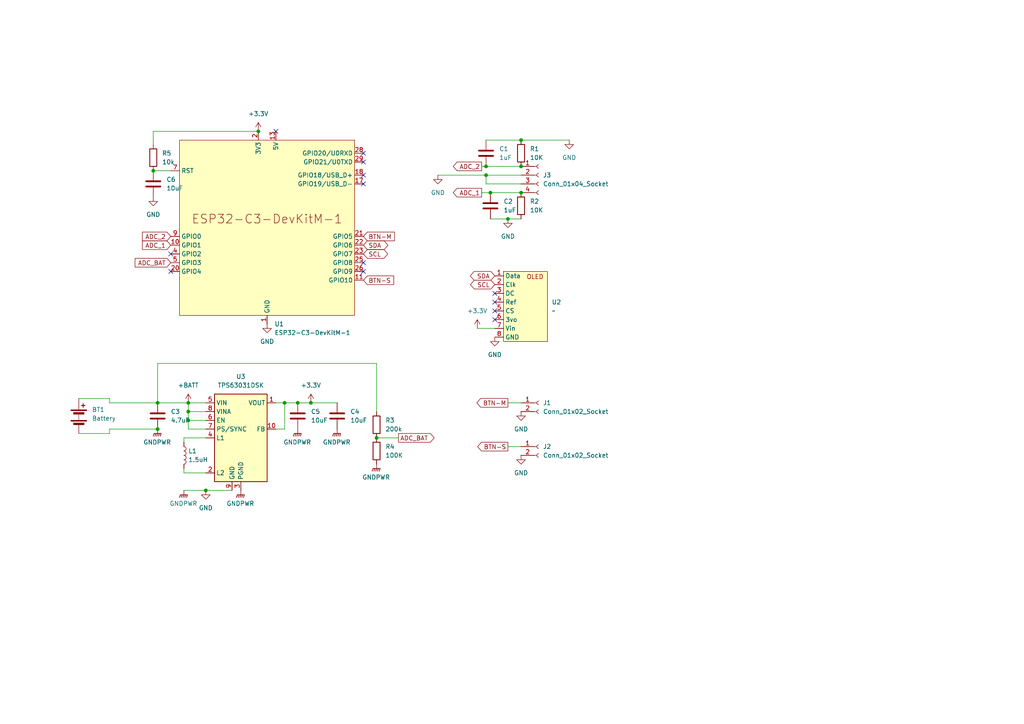
<source format=kicad_sch>
(kicad_sch (version 20250114) (generator "eeschema") (generator_version "9.0")
  (paper "A4")
  (lib_symbols
    (symbol "1_Ivans_library:128x128_OLED"
      (property "Reference" "U" (at 0 0 0))
      (symbol "128x128_OLED_0_1"
        (rectangle (start 2.54 8.89) (end 2.54 8.89))
        (rectangle (start 2.54 8.89) (end 2.54 8.89))
        (rectangle (start 15.24 -11.43) (end 15.24 -11.43))
        (rectangle (start 15.24 -11.43) (end 15.24 -11.43))
      )
      (symbol "128x128_OLED_1_1"
        (rectangle (start 2.54 8.89) (end 15.24 -11.43) (fill (type background)))
        (text "OLED" (at 11.684 7.366 0) (effects (font (size 1.27 1.27))))
        (pin bidirectional line (at 0 7.62 0) (length 2.54) (name "Data") (number "1"))
        (pin bidirectional line (at 0 5.08 0) (length 2.54) (name "Clk") (number "2"))
        (pin bidirectional line (at 0 2.54 0) (length 2.54) (name "DC") (number "3"))
        (pin bidirectional line (at 0 0 0) (length 2.54) (name "Ref") (number "4"))
        (pin bidirectional line (at 0 -2.54 0) (length 2.54) (name "CS") (number "5"))
        (pin power_out line (at 0 -5.08 0) (length 2.54) (name "3vo") (number "6"))
        (pin power_in line (at 0 -7.62 0) (length 2.54) (name "Vin") (number "7"))
        (pin power_in line (at 0 -10.16 0) (length 2.54) (name "GND") (number "8"))
      )
    )
    (symbol "Connector:Conn_01x02_Socket" (pin_names (offset 1.016) (hide yes))
      (property "Reference" "J" (at 0 2.54 0))
      (property "Value" "Conn_01x02_Socket" (at 0 -5.08 0))
      (symbol "Conn_01x02_Socket_1_1"
        (polyline (pts (xy -1.27 0) (xy -0.508 0)) (stroke (width 0.1524)))
        (polyline (pts (xy -1.27 -2.54) (xy -0.508 -2.54)) (stroke (width 0.1524)))
        (arc (start 0 -0.508) (mid -0.5058 0) (end 0 0.508) (stroke (width 0.1524)))
        (arc (start 0 -3.048) (mid -0.5058 -2.54) (end 0 -2.032) (stroke (width 0.1524)))
        (pin passive line (at -5.08 0 0) (length 3.81) (name "Pin_1") (number "1"))
        (pin passive line (at -5.08 -2.54 0) (length 3.81) (name "Pin_2") (number "2"))
      )
    )
    (symbol "Connector:Conn_01x04_Socket" (pin_names (offset 1.016) (hide yes))
      (property "Reference" "J" (at 0 5.08 0))
      (property "Value" "Conn_01x04_Socket" (at 0 -7.62 0))
      (symbol "Conn_01x04_Socket_1_1"
        (polyline (pts (xy -1.27 2.54) (xy -0.508 2.54)) (stroke (width 0.1524)))
        (polyline (pts (xy -1.27 0) (xy -0.508 0)) (stroke (width 0.1524)))
        (polyline (pts (xy -1.27 -2.54) (xy -0.508 -2.54)) (stroke (width 0.1524)))
        (polyline (pts (xy -1.27 -5.08) (xy -0.508 -5.08)) (stroke (width 0.1524)))
        (arc (start 0 2.032) (mid -0.5058 2.54) (end 0 3.048) (stroke (width 0.1524)))
        (arc (start 0 -0.508) (mid -0.5058 0) (end 0 0.508) (stroke (width 0.1524)))
        (arc (start 0 -3.048) (mid -0.5058 -2.54) (end 0 -2.032) (stroke (width 0.1524)))
        (arc (start 0 -5.588) (mid -0.5058 -5.08) (end 0 -4.572) (stroke (width 0.1524)))
        (pin passive line (at -5.08 2.54 0) (length 3.81) (name "Pin_1") (number "1"))
        (pin passive line (at -5.08 0 0) (length 3.81) (name "Pin_2") (number "2"))
        (pin passive line (at -5.08 -2.54 0) (length 3.81) (name "Pin_3") (number "3"))
        (pin passive line (at -5.08 -5.08 0) (length 3.81) (name "Pin_4") (number "4"))
      )
    )
    (symbol "Device:Battery" (pin_numbers (hide yes)) (pin_names (offset 0) (hide yes))
      (property "Reference" "BT" (at 2.54 2.54 0))
      (property "Value" "Battery" (at 2.54 0 0))
      (symbol "Battery_0_1"
        (rectangle (start -2.286 1.778) (end 2.286 1.524) (fill (type outline)))
        (rectangle (start -2.286 -1.27) (end 2.286 -1.524) (fill (type outline)))
        (rectangle (start -1.524 1.016) (end 1.524 0.508) (fill (type outline)))
        (rectangle (start -1.524 -2.032) (end 1.524 -2.54) (fill (type outline)))
        (polyline (pts (xy 0 1.778) (xy 0 2.54)))
        (polyline (pts (xy 0 0) (xy 0 0.254)))
        (polyline (pts (xy 0 -0.508) (xy 0 -0.254)))
        (polyline (pts (xy 0 -1.016) (xy 0 -0.762)))
        (polyline (pts (xy 0.762 3.048) (xy 1.778 3.048)) (stroke (width 0.254)))
        (polyline (pts (xy 1.27 3.556) (xy 1.27 2.54)) (stroke (width 0.254)))
      )
      (symbol "Battery_1_1"
        (pin passive line (at 0 5.08 270) (length 2.54) (name "+") (number "1"))
        (pin passive line (at 0 -5.08 90) (length 2.54) (name "-") (number "2"))
      )
    )
    (symbol "Device:C" (pin_numbers (hide yes)) (pin_names (offset 0.254))
      (property "Reference" "C" (at 0.635 2.54 0))
      (property "Value" "C" (at 0.635 -2.54 0))
      (symbol "C_0_1"
        (polyline (pts (xy -2.032 0.762) (xy 2.032 0.762)) (stroke (width 0.508)))
        (polyline (pts (xy -2.032 -0.762) (xy 2.032 -0.762)) (stroke (width 0.508)))
      )
      (symbol "C_1_1"
        (pin passive line (at 0 3.81 270) (length 2.794) (name "~") (number "1"))
        (pin passive line (at 0 -3.81 90) (length 2.794) (name "~") (number "2"))
      )
    )
    (symbol "Device:L" (pin_numbers (hide yes)) (pin_names (offset 1.016) (hide yes))
      (property "Reference" "L" (at -1.27 0 90))
      (property "Value" "L" (at 1.905 0 90))
      (symbol "L_0_1"
        (arc (start 0 2.54) (mid 0.6323 1.905) (end 0 1.27))
        (arc (start 0 1.27) (mid 0.6323 0.635) (end 0 0))
        (arc (start 0 0) (mid 0.6323 -0.635) (end 0 -1.27))
        (arc (start 0 -1.27) (mid 0.6323 -1.905) (end 0 -2.54))
      )
      (symbol "L_1_1"
        (pin passive line (at 0 3.81 270) (length 1.27) (name "1") (number "1"))
        (pin passive line (at 0 -3.81 90) (length 1.27) (name "2") (number "2"))
      )
    )
    (symbol "Device:R" (pin_numbers (hide yes)) (pin_names (offset 0))
      (property "Reference" "R" (at 2.032 0 90))
      (property "Value" "R" (at 0 0 90))
      (symbol "R_0_1"
        (rectangle (start -1.016 -2.54) (end 1.016 2.54) (stroke (width 0.254)))
      )
      (symbol "R_1_1"
        (pin passive line (at 0 3.81 270) (length 1.27) (name "~") (number "1"))
        (pin passive line (at 0 -3.81 90) (length 1.27) (name "~") (number "2"))
      )
    )
    (symbol "PCM_Espressif:ESP32-C3-DevKitM-1"
      (property "Reference" "U" (at -25.4 30.48 0))
      (property "Value" "ESP32-C3-DevKitM-1" (at -25.4 27.94 0))
      (symbol "ESP32-C3-DevKitM-1_0_1"
        (rectangle (start -25.4 25.4) (end 25.4 -25.4) (fill (type background)))
      )
      (symbol "ESP32-C3-DevKitM-1_1_0"
        (text "ESP32-C3-DevKitM-1" (at 0 2.54 0) (effects (font (size 2.54 2.54))))
      )
      (symbol "ESP32-C3-DevKitM-1_1_1"
        (pin output line (at -27.94 16.51 0) (length 2.54) (name "RST") (number "7"))
        (pin bidirectional line (at -27.94 -2.54 0) (length 2.54) (name "GPIO0") (number "9"))
        (pin bidirectional line (at -27.94 -5.08 0) (length 2.54) (name "GPIO1") (number "10"))
        (pin bidirectional line (at -27.94 -7.62 0) (length 2.54) (name "GPIO2") (number "4"))
        (pin bidirectional line (at -27.94 -10.16 0) (length 2.54) (name "GPIO3") (number "5"))
        (pin bidirectional line (at -27.94 -12.7 0) (length 2.54) (name "GPIO4") (number "20"))
        (pin power_in line (at -2.54 27.94 270) (length 2.54) (name "3V3") (number "2"))
        (pin power_in line (at -2.54 27.94 270) (length 2.54) (hide yes) (name "3V3") (number "3"))
        (pin passive line (at 0 -27.94 90) (length 2.54) (name "GND") (number "1"))
        (pin passive line (at 0 -27.94 90) (length 2.54) (hide yes) (name "GND") (number "12"))
        (pin passive line (at 0 -27.94 90) (length 2.54) (hide yes) (name "GND") (number "15"))
        (pin passive line (at 0 -27.94 90) (length 2.54) (hide yes) (name "GND") (number "16"))
        (pin passive line (at 0 -27.94 90) (length 2.54) (hide yes) (name "GND") (number "19"))
        (pin passive line (at 0 -27.94 90) (length 2.54) (hide yes) (name "GND") (number "24"))
        (pin passive line (at 0 -27.94 90) (length 2.54) (hide yes) (name "GND") (number "27"))
        (pin passive line (at 0 -27.94 90) (length 2.54) (hide yes) (name "GND") (number "30"))
        (pin passive line (at 0 -27.94 90) (length 2.54) (hide yes) (name "GND") (number "6"))
        (pin passive line (at 0 -27.94 90) (length 2.54) (hide yes) (name "GND") (number "8"))
        (pin power_in line (at 2.54 27.94 270) (length 2.54) (name "5V") (number "13"))
        (pin power_in line (at 2.54 27.94 270) (length 2.54) (hide yes) (name "5V") (number "14"))
        (pin bidirectional line (at 27.94 21.59 180) (length 2.54) (name "GPIO20/U0RXD") (number "28"))
        (pin bidirectional line (at 27.94 19.05 180) (length 2.54) (name "GPIO21/U0TXD") (number "29"))
        (pin bidirectional line (at 27.94 15.24 180) (length 2.54) (name "GPIO18/USB_D+") (number "18"))
        (pin bidirectional line (at 27.94 12.7 180) (length 2.54) (name "GPIO19/USB_D-") (number "17"))
        (pin bidirectional line (at 27.94 -2.54 180) (length 2.54) (name "GPIO5") (number "21"))
        (pin bidirectional line (at 27.94 -5.08 180) (length 2.54) (name "GPIO6") (number "22"))
        (pin bidirectional line (at 27.94 -7.62 180) (length 2.54) (name "GPIO7") (number "23"))
        (pin bidirectional line (at 27.94 -10.16 180) (length 2.54) (name "GPIO8") (number "25"))
        (pin bidirectional line (at 27.94 -12.7 180) (length 2.54) (name "GPIO9") (number "26"))
        (pin bidirectional line (at 27.94 -15.24 180) (length 2.54) (name "GPIO10") (number "11"))
      )
    )
    (symbol "Regulator_Switching:TPS63031DSK"
      (property "Reference" "U" (at -7.62 13.97 0))
      (property "Value" "TPS63031DSK" (at 5.08 13.97 0))
      (symbol "TPS63031DSK_0_1"
        (rectangle (start -7.62 12.7) (end 7.62 -12.7) (stroke (width 0.254)) (fill (type background)))
      )
      (symbol "TPS63031DSK_1_1"
        (pin power_in line (at -10.16 10.16 0) (length 2.54) (name "VIN") (number "5"))
        (pin passive line (at -10.16 7.62 0) (length 2.54) (name "VINA") (number "8"))
        (pin input line (at -10.16 5.08 0) (length 2.54) (name "EN") (number "6"))
        (pin input line (at -10.16 2.54 0) (length 2.54) (name "PS/SYNC") (number "7"))
        (pin input line (at -10.16 0 0) (length 2.54) (name "L1") (number "4"))
        (pin input line (at -10.16 -10.16 0) (length 2.54) (name "L2") (number "2"))
        (pin power_in line (at -2.54 -15.24 90) (length 2.54) (name "GND") (number "9"))
        (pin passive line (at 0 -15.24 90) (length 2.54) (hide yes) (name "PGND") (number "11"))
        (pin power_in line (at 0 -15.24 90) (length 2.54) (name "PGND") (number "3"))
        (pin power_out line (at 10.16 10.16 180) (length 2.54) (name "VOUT") (number "1"))
        (pin input line (at 10.16 2.54 180) (length 2.54) (name "FB") (number "10"))
      )
    )
    (symbol "power:+3.3V" (power) (pin_numbers (hide yes)) (pin_names (offset 0) (hide yes))
      (property "Value" "+3.3V" (at 0 3.556 0))
      (symbol "+3.3V_0_1"
        (polyline (pts (xy -0.762 1.27) (xy 0 2.54)))
        (polyline (pts (xy 0 2.54) (xy 0.762 1.27)))
        (polyline (pts (xy 0 0) (xy 0 2.54)))
      )
      (symbol "+3.3V_1_1"
        (pin power_in line (at 0 0 90) (length 0) (name "~") (number "1"))
      )
    )
    (symbol "power:+BATT" (power) (pin_numbers (hide yes)) (pin_names (offset 0) (hide yes))
      (property "Value" "+BATT" (at 0 3.556 0))
      (symbol "+BATT_0_1"
        (polyline (pts (xy -0.762 1.27) (xy 0 2.54)))
        (polyline (pts (xy 0 2.54) (xy 0.762 1.27)))
        (polyline (pts (xy 0 0) (xy 0 2.54)))
      )
      (symbol "+BATT_1_1"
        (pin power_in line (at 0 0 90) (length 0) (name "~") (number "1"))
      )
    )
    (symbol "power:GND" (power) (pin_numbers (hide yes)) (pin_names (offset 0) (hide yes))
      (property "Value" "GND" (at 0 -3.81 0))
      (symbol "GND_0_1"
        (polyline (pts (xy 0 0) (xy 0 -1.27) (xy 1.27 -1.27) (xy 0 -2.54) (xy -1.27 -1.27) (xy 0 -1.27)))
      )
      (symbol "GND_1_1"
        (pin power_in line (at 0 0 270) (length 0) (name "~") (number "1"))
      )
    )
    (symbol "power:GNDPWR" (power) (pin_numbers (hide yes)) (pin_names (offset 0) (hide yes))
      (property "Value" "GNDPWR" (at 0 -3.302 0))
      (symbol "GNDPWR_0_1"
        (polyline (pts (xy -1.016 -1.27) (xy -1.27 -2.032) (xy -1.27 -2.032)) (stroke (width 0.2032)))
        (polyline (pts (xy -0.508 -1.27) (xy -0.762 -2.032) (xy -0.762 -2.032)) (stroke (width 0.2032)))
        (polyline (pts (xy 0 -1.27) (xy 0 0)))
        (polyline (pts (xy 0 -1.27) (xy -0.254 -2.032) (xy -0.254 -2.032)) (stroke (width 0.2032)))
        (polyline (pts (xy 0.508 -1.27) (xy 0.254 -2.032) (xy 0.254 -2.032)) (stroke (width 0.2032)))
        (polyline (pts (xy 1.016 -1.27) (xy -1.016 -1.27) (xy -1.016 -1.27)) (stroke (width 0.2032)))
        (polyline (pts (xy 1.016 -1.27) (xy 0.762 -2.032) (xy 0.762 -2.032) (xy 0.762 -2.032)) (stroke (width 0.2032)))
      )
      (symbol "GNDPWR_1_1"
        (pin power_in line (at 0 0 270) (length 0) (name "~") (number "1"))
      )
    )
  )
  (junction (at 82.55 116.84))
  (junction (at 44.45 49.53))
  (junction (at 90.17 116.84))
  (junction (at 74.93 38.1))
  (junction (at 54.61 116.84))
  (junction (at 140.97 50.8))
  (junction (at 45.72 116.84))
  (junction (at 151.13 55.88))
  (junction (at 54.61 119.38))
  (junction (at 147.32 63.5))
  (junction (at 140.97 48.26))
  (junction (at 109.22 127))
  (junction (at 86.36 116.84))
  (junction (at 54.61 121.92))
  (junction (at 151.13 40.64))
  (junction (at 142.24 55.88))
  (junction (at 151.13 48.26))
  (junction (at 59.69 142.24))
  (junction (at 45.72 124.46))
  (no_connect (at 49.53 73.66))
  (no_connect (at 143.51 85.09))
  (no_connect (at 105.41 53.34))
  (no_connect (at 105.41 78.74))
  (no_connect (at 80.01 38.1))
  (no_connect (at 105.41 44.45))
  (no_connect (at 143.51 87.63))
  (no_connect (at 105.41 76.2))
  (no_connect (at 49.53 78.74))
  (no_connect (at 105.41 46.99))
  (no_connect (at 143.51 90.17))
  (no_connect (at 143.51 92.71))
  (no_connect (at 105.41 50.8))
  (wire (pts (xy 90.17 116.84) (xy 86.36 116.84)))
  (wire (pts (xy 53.34 127) (xy 53.34 128.27)))
  (wire (pts (xy 59.69 119.38) (xy 54.61 119.38)))
  (wire (pts (xy 54.61 119.38) (xy 54.61 121.92)))
  (wire (pts (xy 140.97 50.8) (xy 127 50.8)))
  (wire (pts (xy 59.69 121.92) (xy 54.61 121.92)))
  (wire (pts (xy 109.22 119.38) (xy 109.22 105.41)))
  (wire (pts (xy 31.75 116.84) (xy 45.72 116.84)))
  (wire (pts (xy 82.55 116.84) (xy 82.55 124.46)))
  (wire (pts (xy 147.32 63.5) (xy 151.13 63.5)))
  (wire (pts (xy 140.97 40.64) (xy 151.13 40.64)))
  (wire (pts (xy 97.79 116.84) (xy 90.17 116.84)))
  (wire (pts (xy 54.61 116.84) (xy 59.69 116.84)))
  (wire (pts (xy 45.72 105.41) (xy 45.72 116.84)))
  (wire (pts (xy 31.75 124.46) (xy 31.75 125.73)))
  (wire (pts (xy 151.13 40.64) (xy 165.1 40.64)))
  (wire (pts (xy 31.75 125.73) (xy 22.86 125.73)))
  (wire (pts (xy 31.75 116.84) (xy 31.75 115.57)))
  (wire (pts (xy 147.32 129.54) (xy 151.13 129.54)))
  (wire (pts (xy 138.43 95.25) (xy 143.51 95.25)))
  (wire (pts (xy 147.32 116.84) (xy 151.13 116.84)))
  (wire (pts (xy 82.55 116.84) (xy 86.36 116.84)))
  (wire (pts (xy 139.7 48.26) (xy 140.97 48.26)))
  (wire (pts (xy 140.97 48.26) (xy 151.13 48.26)))
  (wire (pts (xy 54.61 119.38) (xy 54.61 116.84)))
  (wire (pts (xy 109.22 127) (xy 115.57 127)))
  (wire (pts (xy 54.61 121.92) (xy 54.61 124.46)))
  (wire (pts (xy 59.69 137.16) (xy 53.34 137.16)))
  (wire (pts (xy 31.75 124.46) (xy 45.72 124.46)))
  (wire (pts (xy 44.45 38.1) (xy 44.45 41.91)))
  (wire (pts (xy 49.53 49.53) (xy 44.45 49.53)))
  (wire (pts (xy 109.22 105.41) (xy 45.72 105.41)))
  (wire (pts (xy 45.72 116.84) (xy 54.61 116.84)))
  (wire (pts (xy 59.69 124.46) (xy 54.61 124.46)))
  (wire (pts (xy 142.24 63.5) (xy 147.32 63.5)))
  (wire (pts (xy 53.34 135.89) (xy 53.34 137.16)))
  (wire (pts (xy 59.69 127) (xy 53.34 127)))
  (wire (pts (xy 151.13 50.8) (xy 140.97 50.8)))
  (wire (pts (xy 59.69 142.24) (xy 67.31 142.24)))
  (wire (pts (xy 142.24 55.88) (xy 151.13 55.88)))
  (wire (pts (xy 140.97 53.34) (xy 140.97 50.8)))
  (wire (pts (xy 31.75 115.57) (xy 22.86 115.57)))
  (wire (pts (xy 44.45 38.1) (xy 74.93 38.1)))
  (wire (pts (xy 82.55 116.84) (xy 80.01 116.84)))
  (wire (pts (xy 80.01 124.46) (xy 82.55 124.46)))
  (wire (pts (xy 139.7 55.88) (xy 142.24 55.88)))
  (wire (pts (xy 53.34 142.24) (xy 59.69 142.24)))
  (wire (pts (xy 151.13 53.34) (xy 140.97 53.34)))
  (global_label "ADC_1" (shape input) (at 49.53 71.12 180) (property "Intersheetrefs" "${INTERSHEET_REFS}" (effects (hide yes))))
  (global_label "SCL" (shape bidirectional) (at 143.51 82.55 180) (property "Intersheetrefs" "${INTERSHEET_REFS}" (effects (hide yes))))
  (global_label "ADC_BAT" (shape input) (at 49.53 76.2 180) (property "Intersheetrefs" "${INTERSHEET_REFS}" (effects (hide yes))))
  (global_label "BTN-S" (shape input) (at 105.41 81.28 0) (property "Intersheetrefs" "${INTERSHEET_REFS}" (effects (hide yes))))
  (global_label "ADC_2" (shape output) (at 139.7 48.26 180) (property "Intersheetrefs" "${INTERSHEET_REFS}" (effects (hide yes))))
  (global_label "BTN-M" (shape output) (at 147.32 116.84 180) (property "Intersheetrefs" "${INTERSHEET_REFS}" (effects (hide yes))))
  (global_label "BTN-M" (shape input) (at 105.41 68.58 0) (property "Intersheetrefs" "${INTERSHEET_REFS}" (effects (hide yes))))
  (global_label "SCL" (shape bidirectional) (at 105.41 73.66 0) (property "Intersheetrefs" "${INTERSHEET_REFS}" (effects (hide yes))))
  (global_label "SDA" (shape bidirectional) (at 105.41 71.12 0) (property "Intersheetrefs" "${INTERSHEET_REFS}" (effects (hide yes))))
  (global_label "ADC_BAT" (shape output) (at 115.57 127 0) (property "Intersheetrefs" "${INTERSHEET_REFS}" (effects (hide yes))))
  (global_label "ADC_2" (shape input) (at 49.53 68.58 180) (property "Intersheetrefs" "${INTERSHEET_REFS}" (effects (hide yes))))
  (global_label "BTN-S" (shape output) (at 147.32 129.54 180) (property "Intersheetrefs" "${INTERSHEET_REFS}" (effects (hide yes))))
  (global_label "SDA" (shape bidirectional) (at 143.51 80.01 180) (property "Intersheetrefs" "${INTERSHEET_REFS}" (effects (hide yes))))
  (global_label "ADC_1" (shape output) (at 139.7 55.88 180) (property "Intersheetrefs" "${INTERSHEET_REFS}" (effects (hide yes))))
  (symbol (lib_id "Connector:Conn_01x04_Socket") (at 156.21 50.8 0) (unit 1)
    (property "Reference" "J3" (at 157.48 50.7999 0) (effects (justify left)))
    (property "Value" "Conn_01x04_Socket" (at 157.48 53.3399 0) (effects (justify left)))
    (property "Footprint" "Connector_JST:JST_XH_B4B-XH-AM_1x04_P2.50mm_Vertical" (effects (hide yes)))
    (property "Description" "Generic connector, single row, 01x04, script generated" (effects (hide yes)))
  )
  (symbol (lib_id "power:GNDPWR") (at 86.36 124.46 0) (unit 1)
    (property "Reference" "#PWR03" (effects (hide yes)))
    (property "Value" "GNDPWR" (at 86.233 128.27 0))
    (property "Description" "Power symbol creates a global label with name \"GNDPWR\" , global ground" (effects (hide yes)))
  )
  (symbol (lib_id "Device:C") (at 142.24 59.69 0) (unit 1)
    (property "Reference" "C2" (at 146.05 58.4199 0) (effects (justify left)))
    (property "Value" "1uF" (at 146.05 60.9599 0) (effects (justify left)))
    (property "Footprint" "Capacitor_SMD:C_0805_2012Metric" (effects (hide yes)))
    (property "Description" "Unpolarized capacitor" (effects (hide yes)))
    (property "LCSC Part #" "C24123" (effects (hide yes)))
  )
  (symbol (lib_id "power:GND") (at 165.1 40.64 0) (unit 1)
    (property "Reference" "#PWR017" (effects (hide yes)))
    (property "Value" "GND" (at 165.1 45.72 0))
    (property "Description" "Power symbol creates a global label with name \"GND\" , ground" (effects (hide yes)))
  )
  (symbol (lib_id "Device:C") (at 86.36 120.65 0) (unit 1)
    (property "Reference" "C5" (at 90.17 119.3799 0) (effects (justify left)))
    (property "Value" "10uF" (at 90.17 121.9199 0) (effects (justify left)))
    (property "Footprint" "Capacitor_SMD:C_0805_2012Metric" (effects (hide yes)))
    (property "Description" "Unpolarized capacitor" (effects (hide yes)))
    (property "LCSC Part #" "C1713" (effects (hide yes)))
  )
  (symbol (lib_id "power:GNDPWR") (at 53.34 142.24 0) (unit 1)
    (property "Reference" "#PWR07" (effects (hide yes)))
    (property "Value" "GNDPWR" (at 53.213 146.05 0))
    (property "Description" "Power symbol creates a global label with name \"GNDPWR\" , global ground" (effects (hide yes)))
  )
  (symbol (lib_id "Device:Battery") (at 22.86 120.65 0) (unit 1)
    (property "Reference" "BT1" (at 26.67 118.8084 0) (effects (justify left)))
    (property "Value" "Battery" (at 26.67 121.3484 0) (effects (justify left)))
    (property "Footprint" "Connector_JST:JST_XH_B2B-XH-A_1x02_P2.50mm_Vertical" (effects (hide yes)))
    (property "Description" "Multiple-cell battery" (effects (hide yes)))
    (property "LCSC Part #" "C7429632" (effects (hide yes)))
  )
  (symbol (lib_id "power:GND") (at 77.47 93.98 0) (unit 1)
    (property "Reference" "#PWR011" (effects (hide yes)))
    (property "Value" "GND" (at 77.47 99.06 0))
    (property "Description" "Power symbol creates a global label with name \"GND\" , ground" (effects (hide yes)))
  )
  (symbol (lib_id "power:+3.3V") (at 90.17 116.84 0) (unit 1)
    (property "Reference" "#PWR01" (effects (hide yes)))
    (property "Value" "+3.3V" (at 90.17 111.76 0))
    (property "Description" "Power symbol creates a global label with name \"+3.3V\"" (effects (hide yes)))
  )
  (symbol (lib_id "Device:L") (at 53.34 132.08 0) (unit 1)
    (property "Reference" "L1" (at 54.61 130.8099 0) (effects (justify left)))
    (property "Value" "1.5uH" (at 54.61 133.3499 0) (effects (justify left)))
    (property "Footprint" "Inductor_SMD:L_0402_1005Metric" (effects (hide yes)))
    (property "Description" "Inductor" (effects (hide yes)))
    (property "LCSC Part #" "C6364721" (effects (hide yes)))
  )
  (symbol (lib_id "Device:C") (at 45.72 120.65 0) (unit 1)
    (property "Reference" "C3" (at 49.53 119.3799 0) (effects (justify left)))
    (property "Value" "4.7uF" (at 49.53 121.9199 0) (effects (justify left)))
    (property "Footprint" "Capacitor_SMD:C_0805_2012Metric" (effects (hide yes)))
    (property "Description" "Unpolarized capacitor" (effects (hide yes)))
    (property "LCSC Part #" "C107365" (effects (hide yes)))
  )
  (symbol (lib_id "Regulator_Switching:TPS63031DSK") (at 69.85 127 0) (unit 1)
    (property "Reference" "U3" (at 69.85 109.22 0))
    (property "Value" "TPS63031DSK" (at 69.85 111.76 0))
    (property "Footprint" "Package_SON:WSON-10-1EP_2.5x2.5mm_P0.5mm_EP1.2x2mm" (effects (hide yes)))
    (property "Datasheet" "http://www.ti.com/lit/ds/symlink/tps63031.pdf" (effects (hide yes)))
    (property "Description" "Buck-Boost Converter, 1.8-5.5V Input Voltage, 1A Switch Current, 3.3V Output Voltage, VSON-10 (DSK0010A)" (effects (hide yes)))
    (property "LCSC Part #" "C15516" (effects (hide yes)))
  )
  (symbol (lib_id "Device:R") (at 151.13 59.69 0) (unit 1)
    (property "Reference" "R2" (at 153.67 58.4199 0) (effects (justify left)))
    (property "Value" "10K" (at 153.67 60.9599 0) (effects (justify left)))
    (property "Footprint" "Resistor_SMD:R_0805_2012Metric" (effects (hide yes)))
    (property "Description" "Resistor" (effects (hide yes)))
    (property "LCSC Part #" "C17414" (effects (hide yes)))
  )
  (symbol (lib_id "power:GNDPWR") (at 109.22 134.62 0) (unit 1)
    (property "Reference" "#PWR010" (effects (hide yes)))
    (property "Value" "GNDPWR" (at 109.093 138.43 0))
    (property "Description" "Power symbol creates a global label with name \"GNDPWR\" , global ground" (effects (hide yes)))
  )
  (symbol (lib_id "power:+BATT") (at 54.61 116.84 0) (unit 1)
    (property "Reference" "#PWR02" (effects (hide yes)))
    (property "Value" "+BATT" (at 54.61 111.76 0))
    (property "Description" "Power symbol creates a global label with name \"+BATT\"" (effects (hide yes)))
  )
  (symbol (lib_id "Connector:Conn_01x02_Socket") (at 156.21 116.84 0) (unit 1)
    (property "Reference" "J1" (at 157.48 116.8399 0) (effects (justify left)))
    (property "Value" "Conn_01x02_Socket" (at 157.48 119.3799 0) (effects (justify left)))
    (property "Footprint" "Connector_JST:JST_XH_B2B-XH-A_1x02_P2.50mm_Vertical" (effects (hide yes)))
    (property "Description" "Generic connector, single row, 01x02, script generated" (effects (hide yes)))
    (property "LCSC Part #" "C7429632" (effects (hide yes)))
  )
  (symbol (lib_id "PCM_Espressif:ESP32-C3-DevKitM-1") (at 77.47 66.04 0) (unit 1) (in_bom no)
    (property "Reference" "U1" (at 79.6133 93.98 0) (effects (justify left)))
    (property "Value" "ESP32-C3-DevKitM-1" (at 79.6133 96.52 0) (effects (justify left)))
    (property "Footprint" "PCM_Espressif:ESP32-C3-DevKitM-1" (effects (hide yes)))
    (property "Datasheet" "https://www.espressif.com/sites/default/files/documentation/esp32-c3-mini-1_datasheet_en.pdf" (effects (hide yes)))
    (property "Description" "ESP32-C3-MINI-1 family is an ultra-low-power MCU-based SoC solution that supports 2.4 GHz Wi-Fi and Bluetooth®Low Energy (Bluetooth LE)." (effects (hide yes)))
  )
  (symbol (lib_id "Device:C") (at 44.45 53.34 0) (unit 1)
    (property "Reference" "C6" (at 48.26 52.0699 0) (effects (justify left)))
    (property "Value" "10uF" (at 48.26 54.6099 0) (effects (justify left)))
    (property "Footprint" "Capacitor_SMD:C_0603_1608Metric" (effects (hide yes)))
    (property "Description" "Unpolarized capacitor" (effects (hide yes)))
  )
  (symbol (lib_id "Device:R") (at 109.22 123.19 0) (unit 1)
    (property "Reference" "R3" (at 111.76 121.9199 0) (effects (justify left)))
    (property "Value" "200k" (at 111.76 124.4599 0) (effects (justify left)))
    (property "Footprint" "Resistor_SMD:R_0805_2012Metric" (effects (hide yes)))
    (property "Description" "Resistor" (effects (hide yes)))
    (property "LCSC Part #" "C149504" (effects (hide yes)))
  )
  (symbol (lib_id "Device:C") (at 140.97 44.45 0) (unit 1)
    (property "Reference" "C1" (at 144.78 43.1799 0) (effects (justify left)))
    (property "Value" "1uF" (at 144.78 45.7199 0) (effects (justify left)))
    (property "Footprint" "Capacitor_SMD:C_0805_2012Metric" (effects (hide yes)))
    (property "Description" "Unpolarized capacitor" (effects (hide yes)))
    (property "LCSC Part #" "C24123" (effects (hide yes)))
  )
  (symbol (lib_id "power:GND") (at 151.13 132.08 0) (unit 1)
    (property "Reference" "#PWR019" (effects (hide yes)))
    (property "Value" "GND" (at 151.13 137.16 0))
    (property "Description" "Power symbol creates a global label with name \"GND\" , ground" (effects (hide yes)))
  )
  (symbol (lib_id "power:GND") (at 147.32 63.5 0) (unit 1)
    (property "Reference" "#PWR016" (effects (hide yes)))
    (property "Value" "GND" (at 147.32 68.58 0))
    (property "Description" "Power symbol creates a global label with name \"GND\" , ground" (effects (hide yes)))
  )
  (symbol (lib_id "power:GND") (at 44.45 57.15 0) (unit 1)
    (property "Reference" "#PWR09" (effects (hide yes)))
    (property "Value" "GND" (at 44.45 62.23 0))
    (property "Description" "Power symbol creates a global label with name \"GND\" , ground" (effects (hide yes)))
  )
  (symbol (lib_id "power:GNDPWR") (at 45.72 124.46 0) (unit 1)
    (property "Reference" "#PWR04" (effects (hide yes)))
    (property "Value" "GNDPWR" (at 45.593 128.27 0))
    (property "Description" "Power symbol creates a global label with name \"GNDPWR\" , global ground" (effects (hide yes)))
  )
  (symbol (lib_id "power:GND") (at 143.51 97.79 0) (unit 1)
    (property "Reference" "#PWR014" (effects (hide yes)))
    (property "Value" "GND" (at 143.51 102.87 0))
    (property "Description" "Power symbol creates a global label with name \"GND\" , ground" (effects (hide yes)))
  )
  (symbol (lib_id "power:GNDPWR") (at 97.79 124.46 0) (unit 1)
    (property "Reference" "#PWR06" (effects (hide yes)))
    (property "Value" "GNDPWR" (at 97.663 128.27 0))
    (property "Description" "Power symbol creates a global label with name \"GNDPWR\" , global ground" (effects (hide yes)))
  )
  (symbol (lib_id "Device:R") (at 44.45 45.72 0) (unit 1)
    (property "Reference" "R5" (at 46.99 44.4499 0) (effects (justify left)))
    (property "Value" "10k" (at 46.99 46.9899 0) (effects (justify left)))
    (property "Footprint" "Resistor_SMD:R_0805_2012Metric" (effects (hide yes)))
    (property "Description" "Resistor" (effects (hide yes)))
  )
  (symbol (lib_id "Device:R") (at 109.22 130.81 0) (unit 1)
    (property "Reference" "R4" (at 111.76 129.5399 0) (effects (justify left)))
    (property "Value" "100K" (at 111.76 132.0799 0) (effects (justify left)))
    (property "Footprint" "Resistor_SMD:R_0805_2012Metric" (effects (hide yes)))
    (property "Description" "Resistor" (effects (hide yes)))
    (property "LCSC Part #" "C2907238" (effects (hide yes)))
  )
  (symbol (lib_id "Connector:Conn_01x02_Socket") (at 156.21 129.54 0) (unit 1)
    (property "Reference" "J2" (at 157.48 129.5399 0) (effects (justify left)))
    (property "Value" "Conn_01x02_Socket" (at 157.48 132.0799 0) (effects (justify left)))
    (property "Footprint" "Connector_JST:JST_XH_B2B-XH-A_1x02_P2.50mm_Vertical" (effects (hide yes)))
    (property "Description" "Generic connector, single row, 01x02, script generated" (effects (hide yes)))
    (property "LCSC Part #" "C7429632" (effects (hide yes)))
  )
  (symbol (lib_id "Device:R") (at 151.13 44.45 0) (unit 1)
    (property "Reference" "R1" (at 153.67 43.1799 0) (effects (justify left)))
    (property "Value" "10K" (at 153.67 45.7199 0) (effects (justify left)))
    (property "Footprint" "Resistor_SMD:R_0805_2012Metric" (effects (hide yes)))
    (property "Description" "Resistor" (effects (hide yes)))
    (property "LCSC Part #" "C17414" (effects (hide yes)))
  )
  (symbol (lib_id "power:GND") (at 127 50.8 0) (unit 1)
    (property "Reference" "#PWR015" (effects (hide yes)))
    (property "Value" "GND" (at 127 55.88 0))
    (property "Description" "Power symbol creates a global label with name \"GND\" , ground" (effects (hide yes)))
  )
  (symbol (lib_id "power:GNDPWR") (at 69.85 142.24 0) (unit 1)
    (property "Reference" "#PWR05" (effects (hide yes)))
    (property "Value" "GNDPWR" (at 69.723 146.05 0))
    (property "Description" "Power symbol creates a global label with name \"GNDPWR\" , global ground" (effects (hide yes)))
  )
  (symbol (lib_id "power:+3.3V") (at 138.43 95.25 0) (unit 1)
    (property "Reference" "#PWR013" (effects (hide yes)))
    (property "Value" "+3.3V" (at 138.43 90.17 0))
    (property "Description" "Power symbol creates a global label with name \"+3.3V\"" (effects (hide yes)))
  )
  (symbol (lib_id "power:+3.3V") (at 74.93 38.1 0) (unit 1)
    (property "Reference" "#PWR012" (effects (hide yes)))
    (property "Value" "+3.3V" (at 74.93 33.02 0))
    (property "Description" "Power symbol creates a global label with name \"+3.3V\"" (effects (hide yes)))
  )
  (symbol (lib_id "power:GND") (at 59.69 142.24 0) (unit 1)
    (property "Reference" "#PWR08" (effects (hide yes)))
    (property "Value" "GND" (at 59.69 147.32 0))
    (property "Description" "Power symbol creates a global label with name \"GND\" , ground" (effects (hide yes)))
  )
  (symbol (lib_id "power:GND") (at 151.13 119.38 0) (unit 1)
    (property "Reference" "#PWR018" (effects (hide yes)))
    (property "Value" "GND" (at 151.13 124.46 0))
    (property "Description" "Power symbol creates a global label with name \"GND\" , ground" (effects (hide yes)))
  )
  (symbol (lib_id "1_Ivans_library:128x128_OLED") (at 143.51 87.63 0) (unit 1) (in_bom no)
    (property "Reference" "U2" (at 160.02 87.6299 0) (effects (justify left)))
    (property "Value" "~" (at 160.02 90.1699 0) (effects (justify left)))
    (property "Footprint" "1_Ivans_Library:128x128_OLED" (effects (hide yes)))
  )
  (symbol (lib_id "Device:C") (at 97.79 120.65 0) (unit 1)
    (property "Reference" "C4" (at 101.6 119.3799 0) (effects (justify left)))
    (property "Value" "10uF" (at 101.6 121.9199 0) (effects (justify left)))
    (property "Footprint" "Capacitor_SMD:C_0805_2012Metric" (effects (hide yes)))
    (property "Description" "Unpolarized capacitor" (effects (hide yes)))
    (property "LCSC Part #" "C1713" (effects (hide yes)))
  )
)
</source>
